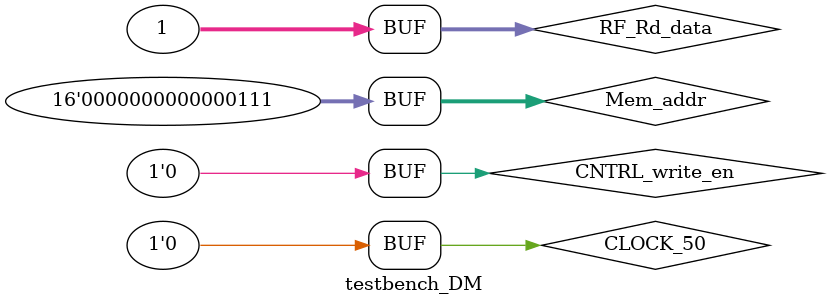
<source format=sv>
module testbench_DM();

logic		          			CLOCK_50;
logic		      [15:0]    	Mem_addr;
logic		      [31:0]   	RF_Rd_data;
logic	        					CNTRL_write_en;
	
logic				[31:0]		Mem_data; // output


always
  begin
    #20 CLOCK_50 = 1;
    #20 CLOCK_50 = 0;
  end

initial
  begin
	 Mem_addr = 4;
	 RF_Rd_data = 20;
	 CNTRL_write_en = 1;
#100
	 Mem_addr = 4;
	 RF_Rd_data = 20;
	 CNTRL_write_en = 0;
#100
	 Mem_addr = 6;
	 RF_Rd_data = 5;
	 CNTRL_write_en = 1;
#100
	 Mem_addr = 7;
	 RF_Rd_data = 1;
	 CNTRL_write_en = 1;
#100
	 Mem_addr = 6;
	 CNTRL_write_en = 0;
#100
    Mem_addr = 7;
	 CNTRL_write_en = 0;
  end
 
 data_memory inst (CLOCK_50, Mem_addr, RF_Rd_data, CNTRL_write_en, Mem_data);
  

endmodule
</source>
